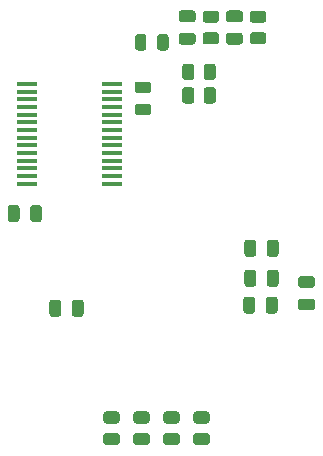
<source format=gbr>
%TF.GenerationSoftware,KiCad,Pcbnew,(5.1.6)-1*%
%TF.CreationDate,2021-02-01T12:11:37-05:00*%
%TF.ProjectId,Module Central,4d6f6475-6c65-4204-9365-6e7472616c2e,rev?*%
%TF.SameCoordinates,Original*%
%TF.FileFunction,Paste,Bot*%
%TF.FilePolarity,Positive*%
%FSLAX46Y46*%
G04 Gerber Fmt 4.6, Leading zero omitted, Abs format (unit mm)*
G04 Created by KiCad (PCBNEW (5.1.6)-1) date 2021-02-01 12:11:37*
%MOMM*%
%LPD*%
G01*
G04 APERTURE LIST*
%ADD10R,1.750000X0.450000*%
G04 APERTURE END LIST*
%TO.C,C101*%
G36*
G01*
X132875000Y-62050000D02*
X133825000Y-62050000D01*
G75*
G02*
X134075000Y-62300000I0J-250000D01*
G01*
X134075000Y-62800000D01*
G75*
G02*
X133825000Y-63050000I-250000J0D01*
G01*
X132875000Y-63050000D01*
G75*
G02*
X132625000Y-62800000I0J250000D01*
G01*
X132625000Y-62300000D01*
G75*
G02*
X132875000Y-62050000I250000J0D01*
G01*
G37*
G36*
G01*
X132875000Y-63950000D02*
X133825000Y-63950000D01*
G75*
G02*
X134075000Y-64200000I0J-250000D01*
G01*
X134075000Y-64700000D01*
G75*
G02*
X133825000Y-64950000I-250000J0D01*
G01*
X132875000Y-64950000D01*
G75*
G02*
X132625000Y-64700000I0J250000D01*
G01*
X132625000Y-64200000D01*
G75*
G02*
X132875000Y-63950000I250000J0D01*
G01*
G37*
%TD*%
%TO.C,C103*%
G36*
G01*
X128090000Y-60165000D02*
X128090000Y-59215000D01*
G75*
G02*
X128340000Y-58965000I250000J0D01*
G01*
X128840000Y-58965000D01*
G75*
G02*
X129090000Y-59215000I0J-250000D01*
G01*
X129090000Y-60165000D01*
G75*
G02*
X128840000Y-60415000I-250000J0D01*
G01*
X128340000Y-60415000D01*
G75*
G02*
X128090000Y-60165000I0J250000D01*
G01*
G37*
G36*
G01*
X129990000Y-60165000D02*
X129990000Y-59215000D01*
G75*
G02*
X130240000Y-58965000I250000J0D01*
G01*
X130740000Y-58965000D01*
G75*
G02*
X130990000Y-59215000I0J-250000D01*
G01*
X130990000Y-60165000D01*
G75*
G02*
X130740000Y-60415000I-250000J0D01*
G01*
X130240000Y-60415000D01*
G75*
G02*
X129990000Y-60165000I0J250000D01*
G01*
G37*
%TD*%
%TO.C,C104*%
G36*
G01*
X128090000Y-62705000D02*
X128090000Y-61755000D01*
G75*
G02*
X128340000Y-61505000I250000J0D01*
G01*
X128840000Y-61505000D01*
G75*
G02*
X129090000Y-61755000I0J-250000D01*
G01*
X129090000Y-62705000D01*
G75*
G02*
X128840000Y-62955000I-250000J0D01*
G01*
X128340000Y-62955000D01*
G75*
G02*
X128090000Y-62705000I0J250000D01*
G01*
G37*
G36*
G01*
X129990000Y-62705000D02*
X129990000Y-61755000D01*
G75*
G02*
X130240000Y-61505000I250000J0D01*
G01*
X130740000Y-61505000D01*
G75*
G02*
X130990000Y-61755000I0J-250000D01*
G01*
X130990000Y-62705000D01*
G75*
G02*
X130740000Y-62955000I-250000J0D01*
G01*
X130240000Y-62955000D01*
G75*
G02*
X129990000Y-62705000I0J250000D01*
G01*
G37*
%TD*%
%TO.C,C105*%
G36*
G01*
X113480000Y-65245000D02*
X113480000Y-64295000D01*
G75*
G02*
X113730000Y-64045000I250000J0D01*
G01*
X114230000Y-64045000D01*
G75*
G02*
X114480000Y-64295000I0J-250000D01*
G01*
X114480000Y-65245000D01*
G75*
G02*
X114230000Y-65495000I-250000J0D01*
G01*
X113730000Y-65495000D01*
G75*
G02*
X113480000Y-65245000I0J250000D01*
G01*
G37*
G36*
G01*
X111580000Y-65245000D02*
X111580000Y-64295000D01*
G75*
G02*
X111830000Y-64045000I250000J0D01*
G01*
X112330000Y-64045000D01*
G75*
G02*
X112580000Y-64295000I0J-250000D01*
G01*
X112580000Y-65245000D01*
G75*
G02*
X112330000Y-65495000I-250000J0D01*
G01*
X111830000Y-65495000D01*
G75*
G02*
X111580000Y-65245000I0J250000D01*
G01*
G37*
%TD*%
%TO.C,C109*%
G36*
G01*
X128000000Y-64975000D02*
X128000000Y-64025000D01*
G75*
G02*
X128250000Y-63775000I250000J0D01*
G01*
X128750000Y-63775000D01*
G75*
G02*
X129000000Y-64025000I0J-250000D01*
G01*
X129000000Y-64975000D01*
G75*
G02*
X128750000Y-65225000I-250000J0D01*
G01*
X128250000Y-65225000D01*
G75*
G02*
X128000000Y-64975000I0J250000D01*
G01*
G37*
G36*
G01*
X129900000Y-64975000D02*
X129900000Y-64025000D01*
G75*
G02*
X130150000Y-63775000I250000J0D01*
G01*
X130650000Y-63775000D01*
G75*
G02*
X130900000Y-64025000I0J-250000D01*
G01*
X130900000Y-64975000D01*
G75*
G02*
X130650000Y-65225000I-250000J0D01*
G01*
X130150000Y-65225000D01*
G75*
G02*
X129900000Y-64975000I0J250000D01*
G01*
G37*
%TD*%
%TO.C,C201*%
G36*
G01*
X123725000Y-42450000D02*
X122775000Y-42450000D01*
G75*
G02*
X122525000Y-42200000I0J250000D01*
G01*
X122525000Y-41700000D01*
G75*
G02*
X122775000Y-41450000I250000J0D01*
G01*
X123725000Y-41450000D01*
G75*
G02*
X123975000Y-41700000I0J-250000D01*
G01*
X123975000Y-42200000D01*
G75*
G02*
X123725000Y-42450000I-250000J0D01*
G01*
G37*
G36*
G01*
X123725000Y-40550000D02*
X122775000Y-40550000D01*
G75*
G02*
X122525000Y-40300000I0J250000D01*
G01*
X122525000Y-39800000D01*
G75*
G02*
X122775000Y-39550000I250000J0D01*
G01*
X123725000Y-39550000D01*
G75*
G02*
X123975000Y-39800000I0J-250000D01*
G01*
X123975000Y-40300000D01*
G75*
G02*
X123725000Y-40550000I-250000J0D01*
G01*
G37*
%TD*%
%TO.C,C202*%
G36*
G01*
X127725000Y-40550000D02*
X126775000Y-40550000D01*
G75*
G02*
X126525000Y-40300000I0J250000D01*
G01*
X126525000Y-39800000D01*
G75*
G02*
X126775000Y-39550000I250000J0D01*
G01*
X127725000Y-39550000D01*
G75*
G02*
X127975000Y-39800000I0J-250000D01*
G01*
X127975000Y-40300000D01*
G75*
G02*
X127725000Y-40550000I-250000J0D01*
G01*
G37*
G36*
G01*
X127725000Y-42450000D02*
X126775000Y-42450000D01*
G75*
G02*
X126525000Y-42200000I0J250000D01*
G01*
X126525000Y-41700000D01*
G75*
G02*
X126775000Y-41450000I250000J0D01*
G01*
X127725000Y-41450000D01*
G75*
G02*
X127975000Y-41700000I0J-250000D01*
G01*
X127975000Y-42200000D01*
G75*
G02*
X127725000Y-42450000I-250000J0D01*
G01*
G37*
%TD*%
%TO.C,C203*%
G36*
G01*
X109950000Y-57225000D02*
X109950000Y-56275000D01*
G75*
G02*
X110200000Y-56025000I250000J0D01*
G01*
X110700000Y-56025000D01*
G75*
G02*
X110950000Y-56275000I0J-250000D01*
G01*
X110950000Y-57225000D01*
G75*
G02*
X110700000Y-57475000I-250000J0D01*
G01*
X110200000Y-57475000D01*
G75*
G02*
X109950000Y-57225000I0J250000D01*
G01*
G37*
G36*
G01*
X108050000Y-57225000D02*
X108050000Y-56275000D01*
G75*
G02*
X108300000Y-56025000I250000J0D01*
G01*
X108800000Y-56025000D01*
G75*
G02*
X109050000Y-56275000I0J-250000D01*
G01*
X109050000Y-57225000D01*
G75*
G02*
X108800000Y-57475000I-250000J0D01*
G01*
X108300000Y-57475000D01*
G75*
G02*
X108050000Y-57225000I0J250000D01*
G01*
G37*
%TD*%
%TO.C,D201*%
G36*
G01*
X118825000Y-42706250D02*
X118825000Y-41793750D01*
G75*
G02*
X119068750Y-41550000I243750J0D01*
G01*
X119556250Y-41550000D01*
G75*
G02*
X119800000Y-41793750I0J-243750D01*
G01*
X119800000Y-42706250D01*
G75*
G02*
X119556250Y-42950000I-243750J0D01*
G01*
X119068750Y-42950000D01*
G75*
G02*
X118825000Y-42706250I0J243750D01*
G01*
G37*
G36*
G01*
X120700000Y-42706250D02*
X120700000Y-41793750D01*
G75*
G02*
X120943750Y-41550000I243750J0D01*
G01*
X121431250Y-41550000D01*
G75*
G02*
X121675000Y-41793750I0J-243750D01*
G01*
X121675000Y-42706250D01*
G75*
G02*
X121431250Y-42950000I-243750J0D01*
G01*
X120943750Y-42950000D01*
G75*
G02*
X120700000Y-42706250I0J243750D01*
G01*
G37*
%TD*%
%TO.C,D202*%
G36*
G01*
X119956250Y-46550000D02*
X119043750Y-46550000D01*
G75*
G02*
X118800000Y-46306250I0J243750D01*
G01*
X118800000Y-45818750D01*
G75*
G02*
X119043750Y-45575000I243750J0D01*
G01*
X119956250Y-45575000D01*
G75*
G02*
X120200000Y-45818750I0J-243750D01*
G01*
X120200000Y-46306250D01*
G75*
G02*
X119956250Y-46550000I-243750J0D01*
G01*
G37*
G36*
G01*
X119956250Y-48425000D02*
X119043750Y-48425000D01*
G75*
G02*
X118800000Y-48181250I0J243750D01*
G01*
X118800000Y-47693750D01*
G75*
G02*
X119043750Y-47450000I243750J0D01*
G01*
X119956250Y-47450000D01*
G75*
G02*
X120200000Y-47693750I0J-243750D01*
G01*
X120200000Y-48181250D01*
G75*
G02*
X119956250Y-48425000I-243750J0D01*
G01*
G37*
%TD*%
%TO.C,R102*%
G36*
G01*
X117290001Y-76355000D02*
X116389999Y-76355000D01*
G75*
G02*
X116140000Y-76105001I0J249999D01*
G01*
X116140000Y-75579999D01*
G75*
G02*
X116389999Y-75330000I249999J0D01*
G01*
X117290001Y-75330000D01*
G75*
G02*
X117540000Y-75579999I0J-249999D01*
G01*
X117540000Y-76105001D01*
G75*
G02*
X117290001Y-76355000I-249999J0D01*
G01*
G37*
G36*
G01*
X117290001Y-74530000D02*
X116389999Y-74530000D01*
G75*
G02*
X116140000Y-74280001I0J249999D01*
G01*
X116140000Y-73754999D01*
G75*
G02*
X116389999Y-73505000I249999J0D01*
G01*
X117290001Y-73505000D01*
G75*
G02*
X117540000Y-73754999I0J-249999D01*
G01*
X117540000Y-74280001D01*
G75*
G02*
X117290001Y-74530000I-249999J0D01*
G01*
G37*
%TD*%
%TO.C,R103*%
G36*
G01*
X119830001Y-74530000D02*
X118929999Y-74530000D01*
G75*
G02*
X118680000Y-74280001I0J249999D01*
G01*
X118680000Y-73754999D01*
G75*
G02*
X118929999Y-73505000I249999J0D01*
G01*
X119830001Y-73505000D01*
G75*
G02*
X120080000Y-73754999I0J-249999D01*
G01*
X120080000Y-74280001D01*
G75*
G02*
X119830001Y-74530000I-249999J0D01*
G01*
G37*
G36*
G01*
X119830001Y-76355000D02*
X118929999Y-76355000D01*
G75*
G02*
X118680000Y-76105001I0J249999D01*
G01*
X118680000Y-75579999D01*
G75*
G02*
X118929999Y-75330000I249999J0D01*
G01*
X119830001Y-75330000D01*
G75*
G02*
X120080000Y-75579999I0J-249999D01*
G01*
X120080000Y-76105001D01*
G75*
G02*
X119830001Y-76355000I-249999J0D01*
G01*
G37*
%TD*%
%TO.C,R104*%
G36*
G01*
X122370001Y-76355000D02*
X121469999Y-76355000D01*
G75*
G02*
X121220000Y-76105001I0J249999D01*
G01*
X121220000Y-75579999D01*
G75*
G02*
X121469999Y-75330000I249999J0D01*
G01*
X122370001Y-75330000D01*
G75*
G02*
X122620000Y-75579999I0J-249999D01*
G01*
X122620000Y-76105001D01*
G75*
G02*
X122370001Y-76355000I-249999J0D01*
G01*
G37*
G36*
G01*
X122370001Y-74530000D02*
X121469999Y-74530000D01*
G75*
G02*
X121220000Y-74280001I0J249999D01*
G01*
X121220000Y-73754999D01*
G75*
G02*
X121469999Y-73505000I249999J0D01*
G01*
X122370001Y-73505000D01*
G75*
G02*
X122620000Y-73754999I0J-249999D01*
G01*
X122620000Y-74280001D01*
G75*
G02*
X122370001Y-74530000I-249999J0D01*
G01*
G37*
%TD*%
%TO.C,R105*%
G36*
G01*
X124910001Y-74530000D02*
X124009999Y-74530000D01*
G75*
G02*
X123760000Y-74280001I0J249999D01*
G01*
X123760000Y-73754999D01*
G75*
G02*
X124009999Y-73505000I249999J0D01*
G01*
X124910001Y-73505000D01*
G75*
G02*
X125160000Y-73754999I0J-249999D01*
G01*
X125160000Y-74280001D01*
G75*
G02*
X124910001Y-74530000I-249999J0D01*
G01*
G37*
G36*
G01*
X124910001Y-76355000D02*
X124009999Y-76355000D01*
G75*
G02*
X123760000Y-76105001I0J249999D01*
G01*
X123760000Y-75579999D01*
G75*
G02*
X124009999Y-75330000I249999J0D01*
G01*
X124910001Y-75330000D01*
G75*
G02*
X125160000Y-75579999I0J-249999D01*
G01*
X125160000Y-76105001D01*
G75*
G02*
X124910001Y-76355000I-249999J0D01*
G01*
G37*
%TD*%
%TO.C,R201*%
G36*
G01*
X125700001Y-40600000D02*
X124799999Y-40600000D01*
G75*
G02*
X124550000Y-40350001I0J249999D01*
G01*
X124550000Y-39824999D01*
G75*
G02*
X124799999Y-39575000I249999J0D01*
G01*
X125700001Y-39575000D01*
G75*
G02*
X125950000Y-39824999I0J-249999D01*
G01*
X125950000Y-40350001D01*
G75*
G02*
X125700001Y-40600000I-249999J0D01*
G01*
G37*
G36*
G01*
X125700001Y-42425000D02*
X124799999Y-42425000D01*
G75*
G02*
X124550000Y-42175001I0J249999D01*
G01*
X124550000Y-41649999D01*
G75*
G02*
X124799999Y-41400000I249999J0D01*
G01*
X125700001Y-41400000D01*
G75*
G02*
X125950000Y-41649999I0J-249999D01*
G01*
X125950000Y-42175001D01*
G75*
G02*
X125700001Y-42425000I-249999J0D01*
G01*
G37*
%TD*%
%TO.C,R202*%
G36*
G01*
X129700001Y-42425000D02*
X128799999Y-42425000D01*
G75*
G02*
X128550000Y-42175001I0J249999D01*
G01*
X128550000Y-41649999D01*
G75*
G02*
X128799999Y-41400000I249999J0D01*
G01*
X129700001Y-41400000D01*
G75*
G02*
X129950000Y-41649999I0J-249999D01*
G01*
X129950000Y-42175001D01*
G75*
G02*
X129700001Y-42425000I-249999J0D01*
G01*
G37*
G36*
G01*
X129700001Y-40600000D02*
X128799999Y-40600000D01*
G75*
G02*
X128550000Y-40350001I0J249999D01*
G01*
X128550000Y-39824999D01*
G75*
G02*
X128799999Y-39575000I249999J0D01*
G01*
X129700001Y-39575000D01*
G75*
G02*
X129950000Y-39824999I0J-249999D01*
G01*
X129950000Y-40350001D01*
G75*
G02*
X129700001Y-40600000I-249999J0D01*
G01*
G37*
%TD*%
%TO.C,R204*%
G36*
G01*
X125675000Y-46299999D02*
X125675000Y-47200001D01*
G75*
G02*
X125425001Y-47450000I-249999J0D01*
G01*
X124899999Y-47450000D01*
G75*
G02*
X124650000Y-47200001I0J249999D01*
G01*
X124650000Y-46299999D01*
G75*
G02*
X124899999Y-46050000I249999J0D01*
G01*
X125425001Y-46050000D01*
G75*
G02*
X125675000Y-46299999I0J-249999D01*
G01*
G37*
G36*
G01*
X123850000Y-46299999D02*
X123850000Y-47200001D01*
G75*
G02*
X123600001Y-47450000I-249999J0D01*
G01*
X123074999Y-47450000D01*
G75*
G02*
X122825000Y-47200001I0J249999D01*
G01*
X122825000Y-46299999D01*
G75*
G02*
X123074999Y-46050000I249999J0D01*
G01*
X123600001Y-46050000D01*
G75*
G02*
X123850000Y-46299999I0J-249999D01*
G01*
G37*
%TD*%
%TO.C,R205*%
G36*
G01*
X123850000Y-44299999D02*
X123850000Y-45200001D01*
G75*
G02*
X123600001Y-45450000I-249999J0D01*
G01*
X123074999Y-45450000D01*
G75*
G02*
X122825000Y-45200001I0J249999D01*
G01*
X122825000Y-44299999D01*
G75*
G02*
X123074999Y-44050000I249999J0D01*
G01*
X123600001Y-44050000D01*
G75*
G02*
X123850000Y-44299999I0J-249999D01*
G01*
G37*
G36*
G01*
X125675000Y-44299999D02*
X125675000Y-45200001D01*
G75*
G02*
X125425001Y-45450000I-249999J0D01*
G01*
X124899999Y-45450000D01*
G75*
G02*
X124650000Y-45200001I0J249999D01*
G01*
X124650000Y-44299999D01*
G75*
G02*
X124899999Y-44050000I249999J0D01*
G01*
X125425001Y-44050000D01*
G75*
G02*
X125675000Y-44299999I0J-249999D01*
G01*
G37*
%TD*%
D10*
%TO.C,U201*%
X109650000Y-54225000D03*
X109650000Y-53575000D03*
X109650000Y-52925000D03*
X109650000Y-52275000D03*
X109650000Y-51625000D03*
X109650000Y-50975000D03*
X109650000Y-50325000D03*
X109650000Y-49675000D03*
X109650000Y-49025000D03*
X109650000Y-48375000D03*
X109650000Y-47725000D03*
X109650000Y-47075000D03*
X109650000Y-46425000D03*
X109650000Y-45775000D03*
X116850000Y-45775000D03*
X116850000Y-46425000D03*
X116850000Y-47075000D03*
X116850000Y-47725000D03*
X116850000Y-48375000D03*
X116850000Y-49025000D03*
X116850000Y-49675000D03*
X116850000Y-50325000D03*
X116850000Y-50975000D03*
X116850000Y-51625000D03*
X116850000Y-52275000D03*
X116850000Y-52925000D03*
X116850000Y-53575000D03*
X116850000Y-54225000D03*
%TD*%
M02*

</source>
